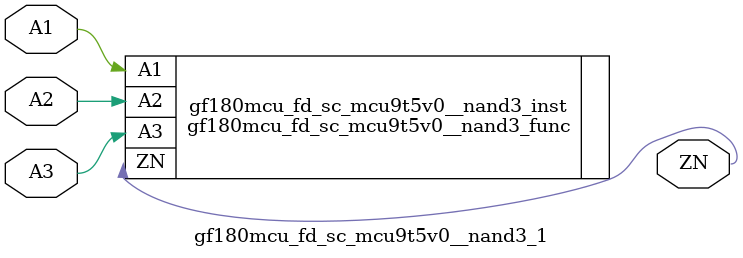
<source format=v>

`ifndef GF180MCU_FD_SC_MCU9T5V0__NAND3_1_V
`define GF180MCU_FD_SC_MCU9T5V0__NAND3_1_V

`include gf180mcu_fd_sc_mcu9t5v0__nand3.v

`ifdef USE_POWER_PINS
module gf180mcu_fd_sc_mcu9t5v0__nand3_1( A3, ZN, A2, A1, VDD, VSS );
inout VDD, VSS;
`else // If not USE_POWER_PINS
module gf180mcu_fd_sc_mcu9t5v0__nand3_1( A3, ZN, A2, A1 );
`endif // If not USE_POWER_PINS
input A1, A2, A3;
output ZN;

`ifdef USE_POWER_PINS
  gf180mcu_fd_sc_mcu9t5v0__nand3_func gf180mcu_fd_sc_mcu9t5v0__nand3_inst(.A3(A3),.ZN(ZN),.A2(A2),.A1(A1),.VDD(VDD),.VSS(VSS));
`else // If not USE_POWER_PINS
  gf180mcu_fd_sc_mcu9t5v0__nand3_func gf180mcu_fd_sc_mcu9t5v0__nand3_inst(.A3(A3),.ZN(ZN),.A2(A2),.A1(A1));
`endif // If not USE_POWER_PINS

`ifndef FUNCTIONAL
	// spec_gates_begin


	// spec_gates_end



   specify

	// specify_block_begin

	// comb arc A1 --> ZN
	 (A1 => ZN) = (1.0,1.0);

	// comb arc A2 --> ZN
	 (A2 => ZN) = (1.0,1.0);

	// comb arc A3 --> ZN
	 (A3 => ZN) = (1.0,1.0);

	// specify_block_end

   endspecify

   `endif

endmodule
`endif // GF180MCU_FD_SC_MCU9T5V0__NAND3_1_V

</source>
